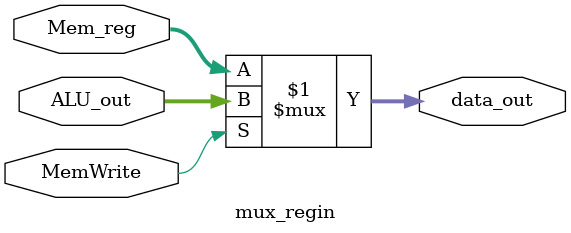
<source format=v>
module mux_regin(
    input       wire                MemWrite,
    input       wire    [31:0]      ALU_out,
    input       wire    [31:0]      Mem_reg,
    output      wire    [31:0]      data_out
);


    assign data_out = MemWrite ? ALU_out: Mem_reg;

endmodule


</source>
